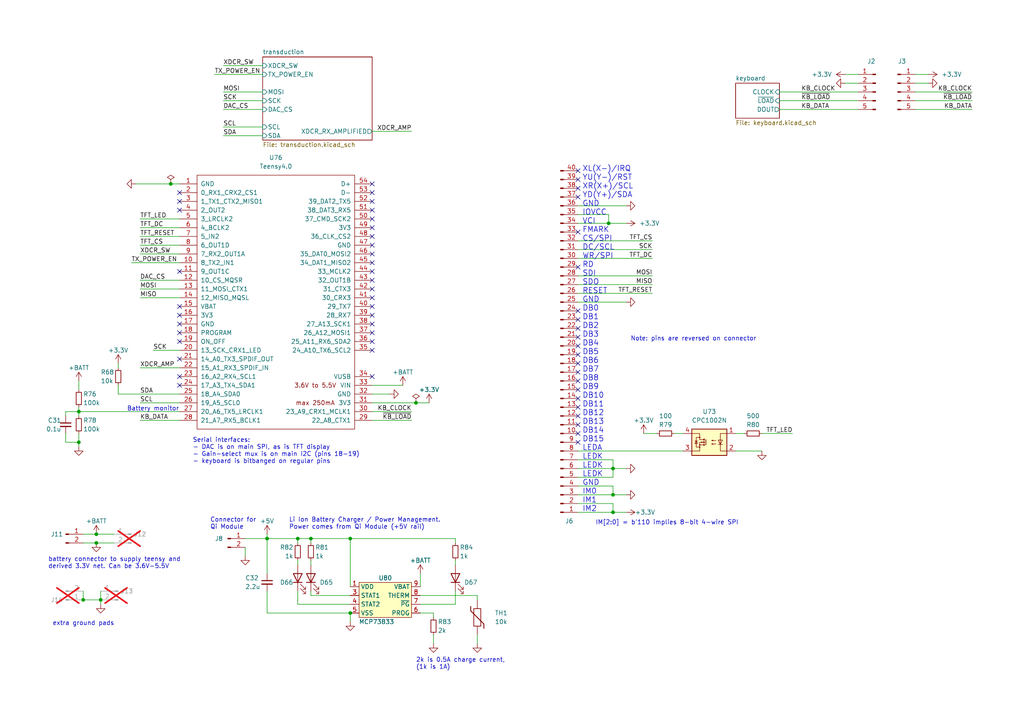
<source format=kicad_sch>
(kicad_sch (version 20230121) (generator eeschema)
  (paper "A4")
  (lib_symbols
    (symbol "C_Small_1" (pin_numbers hide) (pin_names (offset 0.254) hide)
      (property "Reference" "C" (at 0.254 1.778 0))
      (property "Value" "C_Small" (at 0.254 -2.032 0))
      (symbol "C_Small_1_0_1"
        (polyline (pts (xy -1.524 -0.508) (xy 1.524 -0.508)) (stroke (width 0.3302)))
        (polyline (pts (xy -1.524 0.508) (xy 1.524 0.508)) (stroke (width 0.3048)))
      )
      (symbol "C_Small_1_1_1"
        (pin passive line (at 0 2.54 270) (length 2.032) (name "~") (number "1"))
        (pin passive line (at 0 -2.54 90) (length 2.032) (name "~") (number "2"))
      )
    )
    (symbol "Connector:Conn_01x02_Pin" (pin_names (offset 1.016) hide)
      (property "Reference" "J" (at 0 2.54 0))
      (property "Value" "Conn_01x02_Pin" (at 0 -5.08 0))
      (symbol "Conn_01x02_Pin_1_1"
        (polyline (pts (xy 1.27 -2.54) (xy 0.8636 -2.54)) (stroke (width 0.1524)))
        (polyline (pts (xy 1.27 0) (xy 0.8636 0)) (stroke (width 0.1524)))
        (rectangle (start 0.8636 -2.413) (end 0 -2.667) (stroke (width 0.1524)) (fill (type outline)))
        (rectangle (start 0.8636 0.127) (end 0 -0.127) (stroke (width 0.1524)) (fill (type outline)))
        (pin passive line (at 5.08 0 180) (length 3.81) (name "Pin_1") (number "1"))
        (pin passive line (at 5.08 -2.54 180) (length 3.81) (name "Pin_2") (number "2"))
      )
    )
    (symbol "Connector:Conn_01x05_Pin" (pin_names (offset 1.016) hide)
      (property "Reference" "J" (at 0 7.62 0))
      (property "Value" "Conn_01x05_Pin" (at 0 -7.62 0))
      (symbol "Conn_01x05_Pin_1_1"
        (polyline (pts (xy 1.27 -5.08) (xy 0.8636 -5.08)) (stroke (width 0.1524)))
        (polyline (pts (xy 1.27 -2.54) (xy 0.8636 -2.54)) (stroke (width 0.1524)))
        (polyline (pts (xy 1.27 0) (xy 0.8636 0)) (stroke (width 0.1524)))
        (polyline (pts (xy 1.27 2.54) (xy 0.8636 2.54)) (stroke (width 0.1524)))
        (polyline (pts (xy 1.27 5.08) (xy 0.8636 5.08)) (stroke (width 0.1524)))
        (rectangle (start 0.8636 -4.953) (end 0 -5.207) (stroke (width 0.1524)) (fill (type outline)))
        (rectangle (start 0.8636 -2.413) (end 0 -2.667) (stroke (width 0.1524)) (fill (type outline)))
        (rectangle (start 0.8636 0.127) (end 0 -0.127) (stroke (width 0.1524)) (fill (type outline)))
        (rectangle (start 0.8636 2.667) (end 0 2.413) (stroke (width 0.1524)) (fill (type outline)))
        (rectangle (start 0.8636 5.207) (end 0 4.953) (stroke (width 0.1524)) (fill (type outline)))
        (pin passive line (at 5.08 5.08 180) (length 3.81) (name "Pin_1") (number "1"))
        (pin passive line (at 5.08 2.54 180) (length 3.81) (name "Pin_2") (number "2"))
        (pin passive line (at 5.08 0 180) (length 3.81) (name "Pin_3") (number "3"))
        (pin passive line (at 5.08 -2.54 180) (length 3.81) (name "Pin_4") (number "4"))
        (pin passive line (at 5.08 -5.08 180) (length 3.81) (name "Pin_5") (number "5"))
      )
    )
    (symbol "Connector:Conn_01x40_Pin" (pin_names (offset 1.016) hide)
      (property "Reference" "J" (at 0 50.8 0))
      (property "Value" "Conn_01x40_Pin" (at 0 -53.34 0))
      (symbol "Conn_01x40_Pin_1_1"
        (polyline (pts (xy 1.27 -50.8) (xy 0.8636 -50.8)) (stroke (width 0.1524)))
        (polyline (pts (xy 1.27 -48.26) (xy 0.8636 -48.26)) (stroke (width 0.1524)))
        (polyline (pts (xy 1.27 -45.72) (xy 0.8636 -45.72)) (stroke (width 0.1524)))
        (polyline (pts (xy 1.27 -43.18) (xy 0.8636 -43.18)) (stroke (width 0.1524)))
        (polyline (pts (xy 1.27 -40.64) (xy 0.8636 -40.64)) (stroke (width 0.1524)))
        (polyline (pts (xy 1.27 -38.1) (xy 0.8636 -38.1)) (stroke (width 0.1524)))
        (polyline (pts (xy 1.27 -35.56) (xy 0.8636 -35.56)) (stroke (width 0.1524)))
        (polyline (pts (xy 1.27 -33.02) (xy 0.8636 -33.02)) (stroke (width 0.1524)))
        (polyline (pts (xy 1.27 -30.48) (xy 0.8636 -30.48)) (stroke (width 0.1524)))
        (polyline (pts (xy 1.27 -27.94) (xy 0.8636 -27.94)) (stroke (width 0.1524)))
        (polyline (pts (xy 1.27 -25.4) (xy 0.8636 -25.4)) (stroke (width 0.1524)))
        (polyline (pts (xy 1.27 -22.86) (xy 0.8636 -22.86)) (stroke (width 0.1524)))
        (polyline (pts (xy 1.27 -20.32) (xy 0.8636 -20.32)) (stroke (width 0.1524)))
        (polyline (pts (xy 1.27 -17.78) (xy 0.8636 -17.78)) (stroke (width 0.1524)))
        (polyline (pts (xy 1.27 -15.24) (xy 0.8636 -15.24)) (stroke (width 0.1524)))
        (polyline (pts (xy 1.27 -12.7) (xy 0.8636 -12.7)) (stroke (width 0.1524)))
        (polyline (pts (xy 1.27 -10.16) (xy 0.8636 -10.16)) (stroke (width 0.1524)))
        (polyline (pts (xy 1.27 -7.62) (xy 0.8636 -7.62)) (stroke (width 0.1524)))
        (polyline (pts (xy 1.27 -5.08) (xy 0.8636 -5.08)) (stroke (width 0.1524)))
        (polyline (pts (xy 1.27 -2.54) (xy 0.8636 -2.54)) (stroke (width 0.1524)))
        (polyline (pts (xy 1.27 0) (xy 0.8636 0)) (stroke (width 0.1524)))
        (polyline (pts (xy 1.27 2.54) (xy 0.8636 2.54)) (stroke (width 0.1524)))
        (polyline (pts (xy 1.27 5.08) (xy 0.8636 5.08)) (stroke (width 0.1524)))
        (polyline (pts (xy 1.27 7.62) (xy 0.8636 7.62)) (stroke (width 0.1524)))
        (polyline (pts (xy 1.27 10.16) (xy 0.8636 10.16)) (stroke (width 0.1524)))
        (polyline (pts (xy 1.27 12.7) (xy 0.8636 12.7)) (stroke (width 0.1524)))
        (polyline (pts (xy 1.27 15.24) (xy 0.8636 15.24)) (stroke (width 0.1524)))
        (polyline (pts (xy 1.27 17.78) (xy 0.8636 17.78)) (stroke (width 0.1524)))
        (polyline (pts (xy 1.27 20.32) (xy 0.8636 20.32)) (stroke (width 0.1524)))
        (polyline (pts (xy 1.27 22.86) (xy 0.8636 22.86)) (stroke (width 0.1524)))
        (polyline (pts (xy 1.27 25.4) (xy 0.8636 25.4)) (stroke (width 0.1524)))
        (polyline (pts (xy 1.27 27.94) (xy 0.8636 27.94)) (stroke (width 0.1524)))
        (polyline (pts (xy 1.27 30.48) (xy 0.8636 30.48)) (stroke (width 0.1524)))
        (polyline (pts (xy 1.27 33.02) (xy 0.8636 33.02)) (stroke (width 0.1524)))
        (polyline (pts (xy 1.27 35.56) (xy 0.8636 35.56)) (stroke (width 0.1524)))
        (polyline (pts (xy 1.27 38.1) (xy 0.8636 38.1)) (stroke (width 0.1524)))
        (polyline (pts (xy 1.27 40.64) (xy 0.8636 40.64)) (stroke (width 0.1524)))
        (polyline (pts (xy 1.27 43.18) (xy 0.8636 43.18)) (stroke (width 0.1524)))
        (polyline (pts (xy 1.27 45.72) (xy 0.8636 45.72)) (stroke (width 0.1524)))
        (polyline (pts (xy 1.27 48.26) (xy 0.8636 48.26)) (stroke (width 0.1524)))
        (rectangle (start 0.8636 -50.673) (end 0 -50.927) (stroke (width 0.1524)) (fill (type outline)))
        (rectangle (start 0.8636 -48.133) (end 0 -48.387) (stroke (width 0.1524)) (fill (type outline)))
        (rectangle (start 0.8636 -45.593) (end 0 -45.847) (stroke (width 0.1524)) (fill (type outline)))
        (rectangle (start 0.8636 -43.053) (end 0 -43.307) (stroke (width 0.1524)) (fill (type outline)))
        (rectangle (start 0.8636 -40.513) (end 0 -40.767) (stroke (width 0.1524)) (fill (type outline)))
        (rectangle (start 0.8636 -37.973) (end 0 -38.227) (stroke (width 0.1524)) (fill (type outline)))
        (rectangle (start 0.8636 -35.433) (end 0 -35.687) (stroke (width 0.1524)) (fill (type outline)))
        (rectangle (start 0.8636 -32.893) (end 0 -33.147) (stroke (width 0.1524)) (fill (type outline)))
        (rectangle (start 0.8636 -30.353) (end 0 -30.607) (stroke (width 0.1524)) (fill (type outline)))
        (rectangle (start 0.8636 -27.813) (end 0 -28.067) (stroke (width 0.1524)) (fill (type outline)))
        (rectangle (start 0.8636 -25.273) (end 0 -25.527) (stroke (width 0.1524)) (fill (type outline)))
        (rectangle (start 0.8636 -22.733) (end 0 -22.987) (stroke (width 0.1524)) (fill (type outline)))
        (rectangle (start 0.8636 -20.193) (end 0 -20.447) (stroke (width 0.1524)) (fill (type outline)))
        (rectangle (start 0.8636 -17.653) (end 0 -17.907) (stroke (width 0.1524)) (fill (type outline)))
        (rectangle (start 0.8636 -15.113) (end 0 -15.367) (stroke (width 0.1524)) (fill (type outline)))
        (rectangle (start 0.8636 -12.573) (end 0 -12.827) (stroke (width 0.1524)) (fill (type outline)))
        (rectangle (start 0.8636 -10.033) (end 0 -10.287) (stroke (width 0.1524)) (fill (type outline)))
        (rectangle (start 0.8636 -7.493) (end 0 -7.747) (stroke (width 0.1524)) (fill (type outline)))
        (rectangle (start 0.8636 -4.953) (end 0 -5.207) (stroke (width 0.1524)) (fill (type outline)))
        (rectangle (start 0.8636 -2.413) (end 0 -2.667) (stroke (width 0.1524)) (fill (type outline)))
        (rectangle (start 0.8636 0.127) (end 0 -0.127) (stroke (width 0.1524)) (fill (type outline)))
        (rectangle (start 0.8636 2.667) (end 0 2.413) (stroke (width 0.1524)) (fill (type outline)))
        (rectangle (start 0.8636 5.207) (end 0 4.953) (stroke (width 0.1524)) (fill (type outline)))
        (rectangle (start 0.8636 7.747) (end 0 7.493) (stroke (width 0.1524)) (fill (type outline)))
        (rectangle (start 0.8636 10.287) (end 0 10.033) (stroke (width 0.1524)) (fill (type outline)))
        (rectangle (start 0.8636 12.827) (end 0 12.573) (stroke (width 0.1524)) (fill (type outline)))
        (rectangle (start 0.8636 15.367) (end 0 15.113) (stroke (width 0.1524)) (fill (type outline)))
        (rectangle (start 0.8636 17.907) (end 0 17.653) (stroke (width 0.1524)) (fill (type outline)))
        (rectangle (start 0.8636 20.447) (end 0 20.193) (stroke (width 0.1524)) (fill (type outline)))
        (rectangle (start 0.8636 22.987) (end 0 22.733) (stroke (width 0.1524)) (fill (type outline)))
        (rectangle (start 0.8636 25.527) (end 0 25.273) (stroke (width 0.1524)) (fill (type outline)))
        (rectangle (start 0.8636 28.067) (end 0 27.813) (stroke (width 0.1524)) (fill (type outline)))
        (rectangle (start 0.8636 30.607) (end 0 30.353) (stroke (width 0.1524)) (fill (type outline)))
        (rectangle (start 0.8636 33.147) (end 0 32.893) (stroke (width 0.1524)) (fill (type outline)))
        (rectangle (start 0.8636 35.687) (end 0 35.433) (stroke (width 0.1524)) (fill (type outline)))
        (rectangle (start 0.8636 38.227) (end 0 37.973) (stroke (width 0.1524)) (fill (type outline)))
        (rectangle (start 0.8636 40.767) (end 0 40.513) (stroke (width 0.1524)) (fill (type outline)))
        (rectangle (start 0.8636 43.307) (end 0 43.053) (stroke (width 0.1524)) (fill (type outline)))
        (rectangle (start 0.8636 45.847) (end 0 45.593) (stroke (width 0.1524)) (fill (type outline)))
        (rectangle (start 0.8636 48.387) (end 0 48.133) (stroke (width 0.1524)) (fill (type outline)))
        (pin passive line (at 5.08 48.26 180) (length 3.81) (name "Pin_1") (number "1"))
        (pin passive line (at 5.08 25.4 180) (length 3.81) (name "Pin_10") (number "10"))
        (pin passive line (at 5.08 22.86 180) (length 3.81) (name "Pin_11") (number "11"))
        (pin passive line (at 5.08 20.32 180) (length 3.81) (name "Pin_12") (number "12"))
        (pin passive line (at 5.08 17.78 180) (length 3.81) (name "Pin_13") (number "13"))
        (pin passive line (at 5.08 15.24 180) (length 3.81) (name "Pin_14") (number "14"))
        (pin passive line (at 5.08 12.7 180) (length 3.81) (name "Pin_15") (number "15"))
        (pin passive line (at 5.08 10.16 180) (length 3.81) (name "Pin_16") (number "16"))
        (pin passive line (at 5.08 7.62 180) (length 3.81) (name "Pin_17") (number "17"))
        (pin passive line (at 5.08 5.08 180) (length 3.81) (name "Pin_18") (number "18"))
        (pin passive line (at 5.08 2.54 180) (length 3.81) (name "Pin_19") (number "19"))
        (pin passive line (at 5.08 45.72 180) (length 3.81) (name "Pin_2") (number "2"))
        (pin passive line (at 5.08 0 180) (length 3.81) (name "Pin_20") (number "20"))
        (pin passive line (at 5.08 -2.54 180) (length 3.81) (name "Pin_21") (number "21"))
        (pin passive line (at 5.08 -5.08 180) (length 3.81) (name "Pin_22") (number "22"))
        (pin passive line (at 5.08 -7.62 180) (length 3.81) (name "Pin_23") (number "23"))
        (pin passive line (at 5.08 -10.16 180) (length 3.81) (name "Pin_24") (number "24"))
        (pin passive line (at 5.08 -12.7 180) (length 3.81) (name "Pin_25") (number "25"))
        (pin passive line (at 5.08 -15.24 180) (length 3.81) (name "Pin_26") (number "26"))
        (pin passive line (at 5.08 -17.78 180) (length 3.81) (name "Pin_27") (number "27"))
        (pin passive line (at 5.08 -20.32 180) (length 3.81) (name "Pin_28") (number "28"))
        (pin passive line (at 5.08 -22.86 180) (length 3.81) (name "Pin_29") (number "29"))
        (pin passive line (at 5.08 43.18 180) (length 3.81) (name "Pin_3") (number "3"))
        (pin passive line (at 5.08 -25.4 180) (length 3.81) (name "Pin_30") (number "30"))
        (pin passive line (at 5.08 -27.94 180) (length 3.81) (name "Pin_31") (number "31"))
        (pin passive line (at 5.08 -30.48 180) (length 3.81) (name "Pin_32") (number "32"))
        (pin passive line (at 5.08 -33.02 180) (length 3.81) (name "Pin_33") (number "33"))
        (pin passive line (at 5.08 -35.56 180) (length 3.81) (name "Pin_34") (number "34"))
        (pin passive line (at 5.08 -38.1 180) (length 3.81) (name "Pin_35") (number "35"))
        (pin passive line (at 5.08 -40.64 180) (length 3.81) (name "Pin_36") (number "36"))
        (pin passive line (at 5.08 -43.18 180) (length 3.81) (name "Pin_37") (number "37"))
        (pin passive line (at 5.08 -45.72 180) (length 3.81) (name "Pin_38") (number "38"))
        (pin passive line (at 5.08 -48.26 180) (length 3.81) (name "Pin_39") (number "39"))
        (pin passive line (at 5.08 40.64 180) (length 3.81) (name "Pin_4") (number "4"))
        (pin passive line (at 5.08 -50.8 180) (length 3.81) (name "Pin_40") (number "40"))
        (pin passive line (at 5.08 38.1 180) (length 3.81) (name "Pin_5") (number "5"))
        (pin passive line (at 5.08 35.56 180) (length 3.81) (name "Pin_6") (number "6"))
        (pin passive line (at 5.08 33.02 180) (length 3.81) (name "Pin_7") (number "7"))
        (pin passive line (at 5.08 30.48 180) (length 3.81) (name "Pin_8") (number "8"))
        (pin passive line (at 5.08 27.94 180) (length 3.81) (name "Pin_9") (number "9"))
      )
    )
    (symbol "Device:C_Small" (pin_numbers hide) (pin_names (offset 0.254) hide)
      (property "Reference" "C" (at 0.254 1.778 0))
      (property "Value" "C_Small" (at 0.254 -2.032 0))
      (symbol "C_Small_0_1"
        (polyline (pts (xy -1.524 -0.508) (xy 1.524 -0.508)) (stroke (width 0.3302)))
        (polyline (pts (xy -1.524 0.508) (xy 1.524 0.508)) (stroke (width 0.3048)))
      )
      (symbol "C_Small_1_1"
        (pin passive line (at 0 2.54 270) (length 2.032) (name "~") (number "1"))
        (pin passive line (at 0 -2.54 90) (length 2.032) (name "~") (number "2"))
      )
    )
    (symbol "Device:LED" (pin_numbers hide) (pin_names (offset 1.016) hide)
      (property "Reference" "D" (at 0 2.54 0))
      (property "Value" "LED" (at 0 -2.54 0))
      (symbol "LED_0_1"
        (polyline (pts (xy -1.27 -1.27) (xy -1.27 1.27)) (stroke (width 0.254)))
        (polyline (pts (xy -1.27 0) (xy 1.27 0)))
        (polyline (pts (xy 1.27 -1.27) (xy 1.27 1.27) (xy -1.27 0) (xy 1.27 -1.27)) (stroke (width 0.254)))
        (polyline (pts (xy -3.048 -0.762) (xy -4.572 -2.286) (xy -3.81 -2.286) (xy -4.572 -2.286) (xy -4.572 -1.524)))
        (polyline (pts (xy -1.778 -0.762) (xy -3.302 -2.286) (xy -2.54 -2.286) (xy -3.302 -2.286) (xy -3.302 -1.524)))
      )
      (symbol "LED_1_1"
        (pin passive line (at -3.81 0 0) (length 2.54) (name "K") (number "1"))
        (pin passive line (at 3.81 0 180) (length 2.54) (name "A") (number "2"))
      )
    )
    (symbol "Device:R_Small" (pin_numbers hide) (pin_names (offset 0.254) hide)
      (property "Reference" "R" (at 0.762 0.508 0))
      (property "Value" "R_Small" (at 0.762 -1.016 0))
      (symbol "R_Small_0_1"
        (rectangle (start -0.762 1.778) (end 0.762 -1.778) (stroke (width 0.2032)))
      )
      (symbol "R_Small_1_1"
        (pin passive line (at 0 2.54 270) (length 0.762) (name "~") (number "1"))
        (pin passive line (at 0 -2.54 90) (length 0.762) (name "~") (number "2"))
      )
    )
    (symbol "Device:Thermistor" (pin_numbers hide) (pin_names (offset 0))
      (property "Reference" "TH" (at 2.54 1.27 90))
      (property "Value" "Thermistor" (at -2.54 0 90))
      (symbol "Thermistor_0_1"
        (rectangle (start -1.016 2.54) (end 1.016 -2.54) (stroke (width 0.2032)))
        (polyline (pts (xy -1.905 3.175) (xy -1.905 1.905) (xy 1.905 -1.905) (xy 1.905 -3.175) (xy 1.905 -3.175)) (stroke (width 0.254)))
      )
      (symbol "Thermistor_1_1"
        (pin passive line (at 0 5.08 270) (length 2.54) (name "~") (number "1"))
        (pin passive line (at 0 -5.08 90) (length 2.54) (name "~") (number "2"))
      )
    )
    (symbol "Relay_SolidState:CPC1002N"
      (property "Reference" "U" (at -5.08 5.08 0))
      (property "Value" "CPC1002N" (at 0 5.08 0))
      (symbol "CPC1002N_0_1"
        (rectangle (start -5.08 3.81) (end 5.08 -3.81) (stroke (width 0.254)) (fill (type background)))
        (polyline (pts (xy -3.81 -0.635) (xy -2.54 -0.635)))
        (polyline (pts (xy 1.016 0.762) (xy 1.016 -0.762)) (stroke (width 0.2032)))
        (polyline (pts (xy 1.524 -0.762) (xy 2.794 -0.762)))
        (polyline (pts (xy 3.429 0.381) (xy 4.191 0.381)))
        (polyline (pts (xy 1.524 -0.635) (xy 1.524 -0.889) (xy 1.524 -0.889)) (stroke (width 0.3556)))
        (polyline (pts (xy 1.524 0.127) (xy 1.524 -0.127) (xy 1.524 -0.127)) (stroke (width 0.3556)))
        (polyline (pts (xy 1.524 0.889) (xy 1.524 0.635) (xy 1.524 0.635)) (stroke (width 0.3556)))
        (polyline (pts (xy -5.08 2.54) (xy -3.175 2.54) (xy -3.175 -2.54) (xy -5.08 -2.54)))
        (polyline (pts (xy -3.175 -0.635) (xy -3.81 0.635) (xy -2.54 0.635) (xy -3.175 -0.635)))
        (polyline (pts (xy 1.524 0) (xy 2.794 0) (xy 2.794 -2.54) (xy 5.08 -2.54)))
        (polyline (pts (xy 1.524 0.762) (xy 2.794 0.762) (xy 2.794 2.54) (xy 5.08 2.54)))
        (polyline (pts (xy 1.778 0) (xy 2.286 0.127) (xy 2.286 -0.127) (xy 1.778 0)))
        (polyline (pts (xy 2.794 -1.397) (xy 3.81 -1.397) (xy 3.81 1.397) (xy 2.794 1.397)))
        (polyline (pts (xy 3.81 0.381) (xy 3.429 -0.381) (xy 4.191 -0.381) (xy 3.81 0.381)))
        (polyline (pts (xy -1.905 -0.508) (xy -0.635 -0.508) (xy -1.016 -0.635) (xy -1.016 -0.381) (xy -0.635 -0.508)))
        (polyline (pts (xy -1.905 0.508) (xy -0.635 0.508) (xy -1.016 0.381) (xy -1.016 0.635) (xy -0.635 0.508)))
        (circle (center 2.794 -1.397) (radius 0.127))
        (circle (center 2.794 -0.762) (radius 0.127))
        (circle (center 2.794 1.397) (radius 0.127))
      )
      (symbol "CPC1002N_1_1"
        (pin passive line (at -7.62 2.54 0) (length 2.54) (name "~") (number "1"))
        (pin passive line (at -7.62 -2.54 0) (length 2.54) (name "~") (number "2"))
        (pin passive line (at 7.62 -2.54 180) (length 2.54) (name "~") (number "3"))
        (pin passive line (at 7.62 2.54 180) (length 2.54) (name "~") (number "4"))
      )
    )
    (symbol "power:+3.3V" (power) (pin_names (offset 0))
      (property "Value" "+3.3V" (at 0 3.556 0))
      (symbol "+3.3V_0_1"
        (polyline (pts (xy -0.762 1.27) (xy 0 2.54)))
        (polyline (pts (xy 0 0) (xy 0 2.54)))
        (polyline (pts (xy 0 2.54) (xy 0.762 1.27)))
      )
      (symbol "+3.3V_1_1"
        (pin power_in line (at 0 0 90) (length 0) hide (name "+3.3V") (number "1"))
      )
    )
    (symbol "power:+5V" (power) (pin_names (offset 0))
      (property "Value" "+5V" (at 0 3.556 0))
      (symbol "+5V_0_1"
        (polyline (pts (xy -0.762 1.27) (xy 0 2.54)))
        (polyline (pts (xy 0 0) (xy 0 2.54)))
        (polyline (pts (xy 0 2.54) (xy 0.762 1.27)))
      )
      (symbol "+5V_1_1"
        (pin power_in line (at 0 0 90) (length 0) hide (name "+5V") (number "1"))
      )
    )
    (symbol "power:+BATT" (power) (pin_names (offset 0))
      (property "Value" "+BATT" (at 0 3.556 0))
      (symbol "+BATT_0_1"
        (polyline (pts (xy -0.762 1.27) (xy 0 2.54)))
        (polyline (pts (xy 0 0) (xy 0 2.54)))
        (polyline (pts (xy 0 2.54) (xy 0.762 1.27)))
      )
      (symbol "+BATT_1_1"
        (pin power_in line (at 0 0 90) (length 0) hide (name "+BATT") (number "1"))
      )
    )
    (symbol "power:GND" (power) (pin_names (offset 0))
      (property "Value" "GND" (at 0 -3.81 0))
      (symbol "GND_0_1"
        (polyline (pts (xy 0 0) (xy 0 -1.27) (xy 1.27 -1.27) (xy 0 -2.54) (xy -1.27 -1.27) (xy 0 -1.27)))
      )
      (symbol "GND_1_1"
        (pin power_in line (at 0 0 270) (length 0) hide (name "GND") (number "1"))
      )
    )
    (symbol "power:PWR_FLAG" (power) (pin_numbers hide) (pin_names (offset 0) hide)
      (property "Value" "PWR_FLAG" (at 0 3.81 0))
      (symbol "PWR_FLAG_0_0"
        (pin power_out line (at 0 0 90) (length 0) (name "pwr") (number "1"))
      )
      (symbol "PWR_FLAG_0_1"
        (polyline (pts (xy 0 0) (xy 0 1.27) (xy -1.016 1.905) (xy 0 2.54) (xy 1.016 1.905) (xy 0 1.27)))
      )
    )
    (symbol "teensy:Teensy4.0" (pin_names (offset 1.016))
      (property "Reference" "U" (at 0 39.37 0))
      (property "Value" "Teensy4.0" (at 0 -39.37 0))
      (symbol "Teensy4.0_0_0"
        (text "3.6V to 5.5V" (at 11.43 -24.13 0) (effects (font (size 1.27 1.27))))
        (text "max 250mA" (at 11.43 -29.21 0) (effects (font (size 1.27 1.27))))
        (pin bidirectional line (at -27.94 11.43 0) (length 5.08) (name "8_TX2_IN1") (number "10"))
        (pin bidirectional line (at -27.94 8.89 0) (length 5.08) (name "9_OUT1C") (number "11"))
        (pin bidirectional line (at -27.94 6.35 0) (length 5.08) (name "10_CS_MQSR") (number "12"))
        (pin bidirectional line (at -27.94 3.81 0) (length 5.08) (name "11_MOSI_CTX1") (number "13"))
        (pin bidirectional line (at -27.94 1.27 0) (length 5.08) (name "12_MISO_MQSL") (number "14"))
        (pin power_in line (at -27.94 -1.27 0) (length 5.08) (name "VBAT") (number "15"))
        (pin power_in line (at -27.94 -3.81 0) (length 5.08) (name "3V3") (number "16"))
        (pin power_in line (at -27.94 -6.35 0) (length 5.08) (name "GND") (number "17"))
        (pin input line (at -27.94 -8.89 0) (length 5.08) (name "PROGRAM") (number "18"))
        (pin input line (at -27.94 -11.43 0) (length 5.08) (name "ON_OFF") (number "19"))
        (pin bidirectional line (at -27.94 -13.97 0) (length 5.08) (name "13_SCK_CRX1_LED") (number "20"))
        (pin bidirectional line (at -27.94 -16.51 0) (length 5.08) (name "14_A0_TX3_SPDIF_OUT") (number "21"))
        (pin bidirectional line (at -27.94 -19.05 0) (length 5.08) (name "15_A1_RX3_SPDIF_IN") (number "22"))
        (pin bidirectional line (at -27.94 -21.59 0) (length 5.08) (name "16_A2_RX4_SCL1") (number "23"))
        (pin bidirectional line (at -27.94 -24.13 0) (length 5.08) (name "17_A3_TX4_SDA1") (number "24"))
        (pin bidirectional line (at -27.94 -26.67 0) (length 5.08) (name "18_A4_SDA0") (number "25"))
        (pin bidirectional line (at -27.94 -29.21 0) (length 5.08) (name "19_A5_SCL0") (number "26"))
        (pin bidirectional line (at -27.94 -31.75 0) (length 5.08) (name "20_A6_TX5_LRCLK1") (number "27"))
        (pin bidirectional line (at -27.94 -34.29 0) (length 5.08) (name "21_A7_RX5_BCLK1") (number "28"))
        (pin bidirectional line (at 27.94 -34.29 180) (length 5.08) (name "22_A8_CTX1") (number "29"))
        (pin bidirectional line (at 27.94 -31.75 180) (length 5.08) (name "23_A9_CRX1_MCLK1") (number "30"))
        (pin power_out line (at 27.94 -29.21 180) (length 5.08) (name "3V3") (number "31"))
        (pin power_in line (at 27.94 -26.67 180) (length 5.08) (name "GND") (number "32"))
        (pin power_in line (at 27.94 -24.13 180) (length 5.08) (name "VIN") (number "33"))
        (pin power_out line (at 27.94 -21.59 180) (length 5.08) (name "VUSB") (number "34"))
        (pin bidirectional line (at 27.94 -13.97 180) (length 5.08) (name "24_A10_TX6_SCL2") (number "35"))
        (pin bidirectional line (at 27.94 -11.43 180) (length 5.08) (name "25_A11_RX6_SDA2") (number "36"))
        (pin bidirectional line (at 27.94 -8.89 180) (length 5.08) (name "26_A12_MOSI1") (number "37"))
        (pin bidirectional line (at 27.94 -6.35 180) (length 5.08) (name "27_A13_SCK1") (number "38"))
        (pin bidirectional line (at 27.94 -3.81 180) (length 5.08) (name "28_RX7") (number "39"))
        (pin bidirectional line (at 27.94 -1.27 180) (length 5.08) (name "29_TX7") (number "40"))
        (pin bidirectional line (at 27.94 1.27 180) (length 5.08) (name "30_CRX3") (number "41"))
        (pin bidirectional line (at 27.94 3.81 180) (length 5.08) (name "31_CTX3") (number "42"))
        (pin bidirectional line (at 27.94 6.35 180) (length 5.08) (name "32_OUT1B") (number "43"))
        (pin bidirectional line (at 27.94 8.89 180) (length 5.08) (name "33_MCLK2") (number "44"))
        (pin bidirectional line (at 27.94 11.43 180) (length 5.08) (name "34_DAT1_MISO2") (number "45"))
        (pin bidirectional line (at 27.94 13.97 180) (length 5.08) (name "35_DAT0_MOSI2") (number "46"))
        (pin power_out line (at 27.94 16.51 180) (length 5.08) (name "GND") (number "47"))
        (pin bidirectional line (at 27.94 19.05 180) (length 5.08) (name "36_CLK_CS2") (number "48"))
        (pin power_out line (at 27.94 21.59 180) (length 5.08) (name "3V3") (number "49"))
        (pin bidirectional line (at -27.94 24.13 0) (length 5.08) (name "3_LRCLK2") (number "5"))
        (pin bidirectional line (at 27.94 24.13 180) (length 5.08) (name "37_CMD_SCK2") (number "50"))
        (pin bidirectional line (at 27.94 26.67 180) (length 5.08) (name "38_DAT3_RX5") (number "51"))
        (pin bidirectional line (at 27.94 29.21 180) (length 5.08) (name "39_DAT2_TX5") (number "52"))
        (pin bidirectional line (at 27.94 31.75 180) (length 5.08) (name "D-") (number "53"))
        (pin bidirectional line (at 27.94 34.29 180) (length 5.08) (name "D+") (number "54"))
        (pin bidirectional line (at -27.94 21.59 0) (length 5.08) (name "4_BCLK2") (number "6"))
        (pin bidirectional line (at -27.94 19.05 0) (length 5.08) (name "5_IN2") (number "7"))
        (pin bidirectional line (at -27.94 16.51 0) (length 5.08) (name "6_OUT1D") (number "8"))
        (pin bidirectional line (at -27.94 13.97 0) (length 5.08) (name "7_RX2_OUT1A") (number "9"))
      )
      (symbol "Teensy4.0_0_1"
        (rectangle (start -22.86 36.83) (end 22.86 -36.83))
        (rectangle (start -20.32 -31.75) (end -20.32 -31.75))
      )
      (symbol "Teensy4.0_1_1"
        (pin power_in line (at -27.94 34.29 0) (length 5.08) (name "GND") (number "1"))
        (pin bidirectional line (at -27.94 31.75 0) (length 5.08) (name "0_RX1_CRX2_CS1") (number "2"))
        (pin bidirectional line (at -27.94 29.21 0) (length 5.08) (name "1_TX1_CTX2_MISO1") (number "3"))
        (pin bidirectional line (at -27.94 26.67 0) (length 5.08) (name "2_OUT2") (number "4"))
      )
    )
    (symbol "unkey:MCP73833"
      (property "Reference" "U" (at -6.35 -6.35 0))
      (property "Value" "MCP73833" (at -3.81 -2.54 0))
      (symbol "MCP73833_1_1"
        (rectangle (start -7.62 5.08) (end 7.62 -5.08) (fill (type background)))
        (pin power_in line (at -10.16 3.81 0) (length 2.54) (name "VDD") (number "1"))
        (pin passive line (at 10.16 3.81 180) (length 2.54) hide (name "VBAT") (number "10"))
        (pin power_in line (at -10.16 -3.81 0) (length 2.54) hide (name "EP") (number "11"))
        (pin power_in line (at -10.16 3.81 0) (length 2.54) hide (name "VDD") (number "2"))
        (pin output line (at -10.16 1.27 0) (length 2.54) (name "STAT1") (number "3"))
        (pin output line (at -10.16 -1.27 0) (length 2.54) (name "STAT2") (number "4"))
        (pin power_in line (at -10.16 -3.81 0) (length 2.54) (name "VSS") (number "5"))
        (pin input line (at 10.16 -3.81 180) (length 2.54) (name "PROG") (number "6"))
        (pin output line (at 10.16 -1.27 180) (length 2.54) (name "~{PG}") (number "7"))
        (pin passive line (at 10.16 1.27 180) (length 2.54) (name "THERM") (number "8"))
        (pin passive line (at 10.16 3.81 180) (length 2.54) (name "VBAT") (number "9"))
      )
    )
  )
  (junction (at 24.13 173.99))
  (junction (at 29.21 173.99))
  (junction (at 177.8 135.89))
  (junction (at 177.8 148.59))
  (junction (at 101.6 177.8))
  (junction (at 27.94 157.48))
  (junction (at 49.53 53.34))
  (junction (at 77.47 156.21))
  (junction (at 22.86 128.27))
  (junction (at 177.8 143.51))
  (junction (at 22.86 119.38))
  (junction (at 120.65 116.84))
  (junction (at 101.6 156.21))
  (junction (at 176.53 64.77))
  (junction (at 90.17 156.21))
  (junction (at 27.94 154.94))
  (junction (at 86.36 156.21))
  (no_connect (at 167.64 77.47))
  (no_connect (at 107.95 55.88))
  (no_connect (at 167.64 115.57))
  (no_connect (at 107.95 96.52))
  (no_connect (at 107.95 53.34))
  (no_connect (at 107.95 88.9))
  (no_connect (at 107.95 63.5))
  (no_connect (at 107.95 76.2))
  (no_connect (at 52.07 88.9))
  (no_connect (at 107.95 60.96))
  (no_connect (at 167.64 92.71))
  (no_connect (at 167.64 123.19))
  (no_connect (at 167.64 107.95))
  (no_connect (at 167.64 67.31))
  (no_connect (at 167.64 90.17))
  (no_connect (at 107.95 93.98))
  (no_connect (at 52.07 99.06))
  (no_connect (at 107.95 86.36))
  (no_connect (at 52.07 78.74))
  (no_connect (at 167.64 52.07))
  (no_connect (at 107.95 101.6))
  (no_connect (at 52.07 104.14))
  (no_connect (at 52.07 60.96))
  (no_connect (at 107.95 109.22))
  (no_connect (at 107.95 78.74))
  (no_connect (at 107.95 58.42))
  (no_connect (at 52.07 111.76))
  (no_connect (at 107.95 91.44))
  (no_connect (at 52.07 58.42))
  (no_connect (at 52.07 91.44))
  (no_connect (at 167.64 118.11))
  (no_connect (at 167.64 100.33))
  (no_connect (at 167.64 97.79))
  (no_connect (at 107.95 71.12))
  (no_connect (at 167.64 102.87))
  (no_connect (at 52.07 55.88))
  (no_connect (at 107.95 83.82))
  (no_connect (at 167.64 57.15))
  (no_connect (at 167.64 113.03))
  (no_connect (at 107.95 66.04))
  (no_connect (at 107.95 81.28))
  (no_connect (at 167.64 120.65))
  (no_connect (at 167.64 125.73))
  (no_connect (at 107.95 99.06))
  (no_connect (at 167.64 54.61))
  (no_connect (at 107.95 68.58))
  (no_connect (at 52.07 96.52))
  (no_connect (at 167.64 110.49))
  (no_connect (at 167.64 128.27))
  (no_connect (at 167.64 105.41))
  (no_connect (at 107.95 73.66))
  (no_connect (at 52.07 93.98))
  (no_connect (at 167.64 95.25))
  (no_connect (at 167.64 49.53))
  (no_connect (at 52.07 109.22))
  (wire (pts (xy 101.6 177.8) (xy 101.6 180.34)))
  (wire (pts (xy 177.8 135.89) (xy 177.8 138.43)))
  (wire (pts (xy 77.47 154.94) (xy 77.47 156.21)))
  (wire (pts (xy 77.47 156.21) (xy 86.36 156.21)))
  (wire (pts (xy 176.53 64.77) (xy 181.61 64.77)))
  (wire (pts (xy 226.06 26.67) (xy 248.92 26.67)))
  (wire (pts (xy 64.77 39.37) (xy 76.2 39.37)))
  (wire (pts (xy 19.05 119.38) (xy 22.86 119.38)))
  (wire (pts (xy 107.95 116.84) (xy 120.65 116.84)))
  (wire (pts (xy 177.8 140.97) (xy 167.64 140.97)))
  (wire (pts (xy 121.92 172.72) (xy 138.43 172.72)))
  (wire (pts (xy 24.13 173.99) (xy 29.21 173.99)))
  (wire (pts (xy 64.77 26.67) (xy 76.2 26.67)))
  (wire (pts (xy 71.12 158.75) (xy 71.12 161.29)))
  (wire (pts (xy 177.8 143.51) (xy 181.61 143.51)))
  (wire (pts (xy 138.43 172.72) (xy 138.43 173.99)))
  (wire (pts (xy 101.6 172.72) (xy 90.17 172.72)))
  (wire (pts (xy 34.29 105.41) (xy 34.29 106.68)))
  (wire (pts (xy 90.17 172.72) (xy 90.17 171.45)))
  (wire (pts (xy 186.69 125.73) (xy 190.5 125.73)))
  (wire (pts (xy 177.8 135.89) (xy 167.64 135.89)))
  (wire (pts (xy 22.86 128.27) (xy 22.86 129.54)))
  (wire (pts (xy 167.64 69.85) (xy 189.23 69.85)))
  (wire (pts (xy 132.08 175.26) (xy 121.92 175.26)))
  (wire (pts (xy 52.07 106.68) (xy 40.64 106.68)))
  (wire (pts (xy 226.06 29.21) (xy 248.92 29.21)))
  (wire (pts (xy 40.64 83.82) (xy 52.07 83.82)))
  (wire (pts (xy 27.94 154.94) (xy 33.02 154.94)))
  (wire (pts (xy 40.64 116.84) (xy 52.07 116.84)))
  (wire (pts (xy 281.94 26.67) (xy 265.43 26.67)))
  (wire (pts (xy 120.65 116.84) (xy 124.46 116.84)))
  (wire (pts (xy 22.86 119.38) (xy 52.07 119.38)))
  (wire (pts (xy 22.86 110.49) (xy 22.86 113.03)))
  (wire (pts (xy 34.29 111.76) (xy 34.29 114.3)))
  (wire (pts (xy 138.43 184.15) (xy 138.43 186.69)))
  (wire (pts (xy 40.64 73.66) (xy 52.07 73.66)))
  (wire (pts (xy 101.6 156.21) (xy 101.6 170.18)))
  (wire (pts (xy 19.05 128.27) (xy 22.86 128.27)))
  (wire (pts (xy 177.8 148.59) (xy 167.64 148.59)))
  (wire (pts (xy 22.86 128.27) (xy 22.86 125.73)))
  (wire (pts (xy 77.47 171.45) (xy 77.47 177.8)))
  (wire (pts (xy 29.21 171.45) (xy 29.21 173.99)))
  (wire (pts (xy 24.13 157.48) (xy 27.94 157.48)))
  (wire (pts (xy 265.43 24.13) (xy 269.24 24.13)))
  (wire (pts (xy 213.36 125.73) (xy 215.9 125.73)))
  (wire (pts (xy 40.64 63.5) (xy 52.07 63.5)))
  (wire (pts (xy 22.86 119.38) (xy 22.86 118.11)))
  (wire (pts (xy 34.29 114.3) (xy 52.07 114.3)))
  (wire (pts (xy 40.64 66.04) (xy 52.07 66.04)))
  (wire (pts (xy 64.77 19.05) (xy 76.2 19.05)))
  (wire (pts (xy 40.64 81.28) (xy 52.07 81.28)))
  (wire (pts (xy 132.08 171.45) (xy 132.08 175.26)))
  (wire (pts (xy 101.6 156.21) (xy 132.08 156.21)))
  (wire (pts (xy 86.36 156.21) (xy 90.17 156.21)))
  (wire (pts (xy 176.53 62.23) (xy 176.53 64.77)))
  (wire (pts (xy 177.8 140.97) (xy 177.8 143.51)))
  (wire (pts (xy 167.64 82.55) (xy 189.23 82.55)))
  (wire (pts (xy 177.8 148.59) (xy 181.61 148.59)))
  (wire (pts (xy 167.64 130.81) (xy 198.12 130.81)))
  (wire (pts (xy 226.06 31.75) (xy 248.92 31.75)))
  (wire (pts (xy 167.64 62.23) (xy 176.53 62.23)))
  (wire (pts (xy 220.98 125.73) (xy 229.87 125.73)))
  (wire (pts (xy 195.58 125.73) (xy 198.12 125.73)))
  (wire (pts (xy 27.94 157.48) (xy 33.02 157.48)))
  (wire (pts (xy 64.77 36.83) (xy 76.2 36.83)))
  (wire (pts (xy 167.64 59.69) (xy 181.61 59.69)))
  (wire (pts (xy 177.8 146.05) (xy 167.64 146.05)))
  (wire (pts (xy 132.08 162.56) (xy 132.08 163.83)))
  (wire (pts (xy 248.92 24.13) (xy 245.11 24.13)))
  (wire (pts (xy 86.36 157.48) (xy 86.36 156.21)))
  (wire (pts (xy 177.8 138.43) (xy 167.64 138.43)))
  (wire (pts (xy 71.12 156.21) (xy 77.47 156.21)))
  (wire (pts (xy 213.36 130.81) (xy 220.98 130.81)))
  (wire (pts (xy 167.64 64.77) (xy 176.53 64.77)))
  (wire (pts (xy 132.08 156.21) (xy 132.08 157.48)))
  (wire (pts (xy 125.73 184.15) (xy 125.73 186.69)))
  (wire (pts (xy 281.94 29.21) (xy 265.43 29.21)))
  (wire (pts (xy 86.36 175.26) (xy 101.6 175.26)))
  (wire (pts (xy 40.64 86.36) (xy 52.07 86.36)))
  (wire (pts (xy 77.47 166.37) (xy 77.47 156.21)))
  (wire (pts (xy 24.13 154.94) (xy 27.94 154.94)))
  (wire (pts (xy 90.17 156.21) (xy 90.17 157.48)))
  (wire (pts (xy 86.36 171.45) (xy 86.36 175.26)))
  (wire (pts (xy 90.17 156.21) (xy 101.6 156.21)))
  (wire (pts (xy 19.05 125.73) (xy 19.05 128.27)))
  (wire (pts (xy 167.64 85.09) (xy 189.23 85.09)))
  (wire (pts (xy 125.73 177.8) (xy 125.73 179.07)))
  (wire (pts (xy 167.64 72.39) (xy 189.23 72.39)))
  (wire (pts (xy 245.11 21.59) (xy 248.92 21.59)))
  (wire (pts (xy 39.37 53.34) (xy 49.53 53.34)))
  (wire (pts (xy 177.8 146.05) (xy 177.8 148.59)))
  (wire (pts (xy 29.21 173.99) (xy 29.21 175.26)))
  (wire (pts (xy 24.13 171.45) (xy 24.13 173.99)))
  (wire (pts (xy 64.77 29.21) (xy 76.2 29.21)))
  (wire (pts (xy 107.95 38.1) (xy 119.38 38.1)))
  (wire (pts (xy 281.94 31.75) (xy 265.43 31.75)))
  (wire (pts (xy 167.64 80.01) (xy 189.23 80.01)))
  (wire (pts (xy 77.47 177.8) (xy 101.6 177.8)))
  (wire (pts (xy 22.86 119.38) (xy 22.86 120.65)))
  (wire (pts (xy 44.45 101.6) (xy 52.07 101.6)))
  (wire (pts (xy 177.8 135.89) (xy 181.61 135.89)))
  (wire (pts (xy 167.64 74.93) (xy 189.23 74.93)))
  (wire (pts (xy 62.23 21.59) (xy 76.2 21.59)))
  (wire (pts (xy 107.95 111.76) (xy 116.84 111.76)))
  (wire (pts (xy 167.64 87.63) (xy 181.61 87.63)))
  (wire (pts (xy 40.64 121.92) (xy 52.07 121.92)))
  (wire (pts (xy 177.8 143.51) (xy 167.64 143.51)))
  (wire (pts (xy 19.05 120.65) (xy 19.05 119.38)))
  (wire (pts (xy 121.92 177.8) (xy 125.73 177.8)))
  (wire (pts (xy 90.17 162.56) (xy 90.17 163.83)))
  (wire (pts (xy 107.95 114.3) (xy 113.03 114.3)))
  (wire (pts (xy 121.92 166.37) (xy 121.92 170.18)))
  (wire (pts (xy 177.8 133.35) (xy 167.64 133.35)))
  (wire (pts (xy 38.1 76.2) (xy 52.07 76.2)))
  (wire (pts (xy 119.38 121.92) (xy 107.95 121.92)))
  (wire (pts (xy 269.24 21.59) (xy 265.43 21.59)))
  (wire (pts (xy 40.64 71.12) (xy 52.07 71.12)))
  (wire (pts (xy 119.38 119.38) (xy 107.95 119.38)))
  (wire (pts (xy 49.53 53.34) (xy 52.07 53.34)))
  (wire (pts (xy 64.77 31.75) (xy 76.2 31.75)))
  (wire (pts (xy 86.36 162.56) (xy 86.36 163.83)))
  (wire (pts (xy 40.64 68.58) (xy 52.07 68.58)))
  (wire (pts (xy 177.8 133.35) (xy 177.8 135.89)))
  (text "extra ground pads" (at 15.24 181.61 0) (effects (font (size 1.27 1.27)) (justify left bottom)))
  (text "2k is 0.5A charge current, \n(1k is 1A)" (at 120.65 194.31 0) (effects (font (size 1.27 1.27)) (justify left bottom)))
  (text "Note: pins are reversed on connector" (at 182.88 99.06 0) (effects (font (size 1.27 1.27)) (justify left bottom)))
  (text "XL(X-)/IRQ\nYU(Y-)/RST\nXR(X+)/SCL\nYD(Y+)/SDA\nGND\nIOVCC\nVCI\nFMARK\nCS/SPI\nDC/SCL\nWR/SPI\nRD\nSDI\nSDO\nRESET\nGND\nDB0\nDB1\nDB2\nDB3\nDB4\nDB5\nDB6\nDB7\nDB8\nDB9\nDB10\nDB11\nDB12\nDB13\nDB14\nDB15\nLEDA\nLEDK\nLEDK\nLEDK\nGND\nIM0\nIM1\nIM2" (at 168.91 148.59 0) (effects (font (size 1.571 1.571)) (justify left bottom)))
  (text "Li Ion Battery Charger / Power Management.\nPower comes from Qi Module (+5V rail)" (at 83.82 153.67 0) (effects (font (size 1.27 1.27)) (justify left bottom)))
  (text "IM[2:0] = b'110 implies 8-bit 4-wire SPI" (at 172.72 152.4 0) (effects (font (size 1.27 1.27)) (justify left bottom)))
  (text "Battery monitor" (at 36.83 119.38 0) (effects (font (size 1.27 1.27)) (justify left bottom)))
  (text "Connector for\nQi Module" (at 60.96 153.67 0) (effects (font (size 1.27 1.27)) (justify left bottom)))
  (text "battery connector to supply teensy and \nderived 3.3V net. Can be 3.6V-5.5V" (at 13.97 165.1 0) (effects (font (size 1.27 1.27)) (justify left bottom)))
  (text "Serial interfaces:\n- DAC is on main SPI, as is TFT display\n- Gain-select mux is on main I2C (pins 18-19)\n- keyboard is bitbanged on regular pins\n" (at 55.88 134.62 0) (effects (font (size 1.27 1.27)) (justify left bottom)))
  (label "TFT_CS" (at 189.23 69.85 180))
  (label "MOSI" (at 64.77 26.67 0))
  (label "KB_CLOCK" (at 232.41 26.67 0))
  (label "TFT_RESET" (at 189.23 85.09 180))
  (label "KB_CLOCK" (at 119.38 119.38 180))
  (label "KB_CLOCK" (at 281.94 26.67 180))
  (label "DAC_CS" (at 64.77 31.75 0))
  (label "SCK" (at 64.77 29.21 0))
  (label "XDCR_SW" (at 64.77 19.05 0))
  (label "MOSI" (at 189.23 80.01 180))
  (label "DAC_CS" (at 40.64 81.28 0))
  (label "KB_DATA" (at 40.64 121.92 0))
  (label "SDA" (at 64.77 39.37 0))
  (label "SCL" (at 40.64 116.84 0))
  (label "TFT_RESET" (at 40.64 68.58 0))
  (label "TFT_DC" (at 40.64 66.04 0))
  (label "SDA" (at 40.64 114.3 0))
  (label "KB_DATA" (at 232.41 31.75 0))
  (label "SCL" (at 64.77 36.83 0))
  (label "SCK" (at 189.23 72.39 180))
  (label "TFT_DC" (at 189.23 74.93 180))
  (label "TFT_CS" (at 40.64 71.12 0))
  (label "~{KB_LOAD}" (at 281.94 29.21 180))
  (label "XDCR_SW" (at 40.64 73.66 0))
  (label "XDCR_AMP" (at 40.64 106.68 0))
  (label "TX_POWER_EN" (at 38.1 76.2 0))
  (label "~{KB_LOAD}" (at 232.41 29.21 0))
  (label "MISO" (at 40.64 86.36 0))
  (label "MOSI" (at 40.64 83.82 0))
  (label "MISO" (at 189.23 82.55 180))
  (label "XDCR_AMP" (at 119.38 38.1 180))
  (label "TX_POWER_EN" (at 62.23 21.59 0))
  (label "TFT_LED" (at 40.64 63.5 0))
  (label "TFT_LED" (at 229.87 125.73 180))
  (label "KB_DATA" (at 281.94 31.75 180))
  (label "SCK" (at 44.45 101.6 0))
  (label "~{KB_LOAD}" (at 119.38 121.92 180))
  (symbol (lib_id "power:+3.3V") (at 124.46 116.84 0) (unit 1)
    (property "Reference" "#PWR0211" (effects hide))
    (property "Value" "+3.3V" (at 124.46 113.03 0))
  )
  (symbol (lib_id "power:+3.3V") (at 181.61 148.59 270) (mirror x) (unit 1)
    (property "Reference" "#PWR0171" (effects hide))
    (property "Value" "+3.3V" (at 184.15 148.59 90) (effects (justify left)))
  )
  (symbol (lib_id "Device:Thermistor") (at 138.43 179.07 0) (unit 1)
    (property "Reference" "TH1" (at 143.51 177.8 0) (effects (justify left)))
    (property "Value" "10k" (at 143.51 180.34 0) (effects (justify left)))
    (property "Footprint" "Resistor_SMD:R_0402_1005Metric" (effects hide))
    (property "URL" "https://www.digikey.com/en/products/detail/murata-electronics/NCU15XH103F6SRC/10702829" (effects hide))
    (property "Digikey PN" "490-NCU15XH103F6SRCCT-ND" (effects hide))
    (property "MPN" "NCU15XH103F6SRC" (effects hide))
    (property "Vendor" "Murata" (effects hide))
  )
  (symbol (lib_id "power:GND") (at 138.43 186.69 0) (unit 1)
    (property "Reference" "#PWR0220" (effects hide))
    (property "Value" "GND" (effects hide))
  )
  (symbol (lib_id "Connector:Conn_01x40_Pin") (at 162.56 100.33 0) (mirror x) (unit 1)
    (property "Reference" "J6" (at 165.1 151.13 0))
    (property "Value" "Conn_01x40_Pin" (effects hide))
    (property "Footprint" "Connector_FFC-FPC:Hirose_FH12-40S-0.5SH_1x40-1MP_P0.50mm_Horizontal" (effects hide))
    (property "URL" "https://www.digikey.com/en/products/detail/hirose-electric-co-ltd/FH12A-40S-0-5SH-55/1110338" (effects hide))
    (property "Digikey PN" "HFK140CT-ND" (effects hide))
    (property "MPN" "FH12A-40S-0.5SH(55)" (effects hide))
  )
  (symbol (lib_id "Connector:Conn_01x05_Pin") (at 254 26.67 0) (mirror y) (unit 1)
    (property "Reference" "J2" (at 252.73 17.78 0))
    (property "Value" "Conn_01x05_Pin" (effects hide))
    (property "Footprint" "Connector_PinHeader_2.54mm:PinHeader_1x05_P2.54mm_Vertical" (effects hide))
  )
  (symbol (lib_id "power:GND") (at 245.11 24.13 270) (mirror x) (unit 1)
    (property "Reference" "#PWR0173" (effects hide))
    (property "Value" "GND" (effects hide))
  )
  (symbol (lib_id "power:+3.3V") (at 269.24 21.59 270) (unit 1)
    (property "Reference" "#PWR0176" (effects hide))
    (property "Value" "+3.3V" (at 273.05 21.59 90) (effects (justify left)))
  )
  (symbol (lib_id "power:+3.3V") (at 34.29 105.41 0) (unit 1)
    (property "Reference" "#PWR0210" (effects hide))
    (property "Value" "+3.3V" (at 34.29 101.6 0))
  )
  (symbol (lib_id "Device:R_Small") (at 125.73 181.61 0) (unit 1)
    (property "Reference" "R83" (at 127 180.34 0) (effects (justify left)))
    (property "Value" "2k" (at 127 182.88 0) (effects (justify left)))
    (property "Footprint" "Resistor_SMD:R_0402_1005Metric" (effects hide))
  )
  (symbol (lib_id "power:GND") (at 22.86 129.54 0) (unit 1)
    (property "Reference" "#PWR0159" (effects hide))
    (property "Value" "GND" (effects hide))
  )
  (symbol (lib_id "Connector:Conn_01x02_Pin") (at 66.04 156.21 0) (unit 1)
    (property "Reference" "J8" (at 63.5 156.21 0))
    (property "Value" "Conn_01x02_Pin" (effects hide))
    (property "Footprint" "Connector_PinHeader_2.54mm:PinHeader_1x02_P2.54mm_Vertical" (effects hide))
  )
  (symbol (lib_id "Device:R_Small") (at 90.17 160.02 0) (unit 1)
    (property "Reference" "R81" (at 91.44 158.75 0) (effects (justify left)))
    (property "Value" "1k" (at 91.44 161.29 0) (effects (justify left)))
    (property "Footprint" "Resistor_SMD:R_0402_1005Metric" (effects hide))
  )
  (symbol (lib_name "C_Small_1") (lib_id "Device:C_Small") (at 77.47 168.91 0) (unit 1)
    (property "Reference" "C32" (at 71.12 167.64 0) (effects (justify left)))
    (property "Value" "2.2u" (at 71.12 170.18 0) (effects (justify left)))
    (property "Footprint" "Capacitor_SMD:C_0402_1005Metric" (effects hide))
    (property "URL" "https://www.digikey.com/en/products/detail/tdk-corporation/C1005X5R1V225K050BC/3648550" (effects hide))
    (property "Digikey PN" "445-9028-1-ND" (effects hide))
    (property "MPN" "C1005X5R1V225K050BC" (effects hide))
    (property "Vendor" "TDK" (effects hide))
  )
  (symbol (lib_id "power:+BATT") (at 116.84 111.76 0) (unit 1)
    (property "Reference" "#PWR0209" (effects hide))
    (property "Value" "+BATT" (at 116.84 107.95 0))
  )
  (symbol (lib_id "Device:LED") (at 86.36 167.64 90) (unit 1)
    (property "Reference" "D66" (at 85.09 168.91 90) (effects (justify left)))
    (property "Value" "LED" (effects hide))
    (property "Footprint" "LED_SMD:LED_0603_1608Metric" (effects hide))
    (property "MPN" "754-1116-1-ND" (effects hide))
    (property "Digikey PN" "APT1608CGCK" (effects hide))
    (property "URL" "https://www.digikey.com/en/products/detail/kingbright/APT1608CGCK/1747514" (effects hide))
    (property "Vendor" "Kingbright" (effects hide))
  )
  (symbol (lib_id "power:GND") (at 101.6 180.34 0) (unit 1)
    (property "Reference" "#PWR0217" (effects hide))
    (property "Value" "GND" (effects hide))
  )
  (symbol (lib_id "power:GND") (at 39.37 53.34 270) (unit 1)
    (property "Reference" "#PWR0203" (effects hide))
    (property "Value" "GND" (effects hide))
  )
  (symbol (lib_id "power:PWR_FLAG") (at 120.65 116.84 0) (unit 1)
    (property "Reference" "#FLG04" (effects hide))
    (property "Value" "PWR_FLAG" (effects hide))
  )
  (symbol (lib_id "power:GND") (at 27.94 157.48 0) (unit 1)
    (property "Reference" "#PWR0180" (effects hide))
    (property "Value" "GND" (effects hide))
  )
  (symbol (lib_id "Device:R_Small") (at 86.36 160.02 0) (unit 1)
    (property "Reference" "R82" (at 85.09 158.75 0) (effects (justify right)))
    (property "Value" "1k" (at 85.09 161.29 0) (effects (justify right)))
    (property "Footprint" "Resistor_SMD:R_0402_1005Metric" (effects hide))
  )
  (symbol (lib_id "power:PWR_FLAG") (at 49.53 53.34 0) (unit 1)
    (property "Reference" "#FLG03" (effects hide))
    (property "Value" "PWR_FLAG" (effects hide))
  )
  (symbol (lib_id "power:GND") (at 71.12 161.29 0) (mirror y) (unit 1)
    (property "Reference" "#PWR0185" (effects hide))
    (property "Value" "GND" (effects hide))
  )
  (symbol (lib_id "power:GND") (at 181.61 143.51 90) (mirror x) (unit 1)
    (property "Reference" "#PWR0163" (effects hide))
    (property "Value" "GND" (effects hide))
  )
  (symbol (lib_id "power:+BATT") (at 22.86 110.49 0) (unit 1)
    (property "Reference" "#PWR0153" (effects hide))
    (property "Value" "+BATT" (at 22.86 106.68 0))
  )
  (symbol (lib_id "power:GND") (at 125.73 186.69 0) (unit 1)
    (property "Reference" "#PWR0218" (effects hide))
    (property "Value" "GND" (effects hide))
  )
  (symbol (lib_id "power:GND") (at 269.24 24.13 90) (unit 1)
    (property "Reference" "#PWR0177" (effects hide))
    (property "Value" "GND" (effects hide))
  )
  (symbol (lib_id "Relay_SolidState:CPC1002N") (at 205.74 128.27 0) (mirror y) (unit 1)
    (property "Reference" "U73" (at 205.74 119.38 0))
    (property "Value" "CPC1002N" (at 205.74 121.92 0))
    (property "Footprint" "Package_SO:SOP-4_3.8x4.1mm_P2.54mm" (effects hide))
    (property "Datasheet" "http://www.ixysic.com/home/pdfs.nsf/www/CPC1002N.pdf/$file/CPC1002N.pdf" (effects hide))
    (property "URL" "https://www.digikey.com/en/products/detail/ixys-integrated-circuits-division/CPC1002N/1025047" (effects hide))
    (property "Digikey PN" "CLA221-ND" (effects hide))
    (property "MPN" "CPC1002N" (effects hide))
  )
  (symbol (lib_id "power:+5V") (at 77.47 154.94 0) (unit 1)
    (property "Reference" "#PWR0216" (effects hide))
    (property "Value" "+5V" (at 77.47 151.13 0))
  )
  (symbol (lib_id "Device:R_Small") (at 218.44 125.73 90) (mirror x) (unit 1)
    (property "Reference" "R80" (at 218.44 123.19 90))
    (property "Value" "500" (at 218.44 120.65 90))
    (property "Footprint" "Resistor_SMD:R_0402_1005Metric" (effects hide))
  )
  (symbol (lib_id "Connector:Conn_01x02_Pin") (at 38.1 154.94 0) (mirror y) (unit 1) (dnp yes)
    (property "Reference" "J12" (at 40.64 154.94 0))
    (property "Value" "Conn_01x02_Pin" (effects hide))
    (property "Footprint" "Connector_PinHeader_2.54mm:PinHeader_1x02_P2.54mm_Vertical" (effects hide))
  )
  (symbol (lib_id "power:+3.3V") (at 245.11 21.59 90) (mirror x) (unit 1)
    (property "Reference" "#PWR0175" (effects hide))
    (property "Value" "+3.3V" (at 241.3 21.59 90) (effects (justify left)))
  )
  (symbol (lib_id "power:GND") (at 181.61 87.63 90) (mirror x) (unit 1)
    (property "Reference" "#PWR0213" (effects hide))
    (property "Value" "GND" (effects hide))
  )
  (symbol (lib_id "Connector:Conn_01x02_Pin") (at 19.05 173.99 0) (mirror x) (unit 1) (dnp yes)
    (property "Reference" "J14" (at 16.51 173.99 0))
    (property "Value" "Conn_01x02_Pin" (effects hide))
    (property "Footprint" "Connector_PinHeader_2.54mm:PinHeader_1x02_P2.54mm_Vertical" (effects hide))
  )
  (symbol (lib_id "Connector:Conn_01x02_Pin") (at 19.05 154.94 0) (unit 1)
    (property "Reference" "J11" (at 16.51 154.94 0))
    (property "Value" "Conn_01x02_Pin" (effects hide))
    (property "Footprint" "Connector_PinHeader_2.54mm:PinHeader_1x02_P2.54mm_Vertical" (effects hide))
  )
  (symbol (lib_id "power:GND") (at 181.61 59.69 90) (mirror x) (unit 1)
    (property "Reference" "#PWR0214" (effects hide))
    (property "Value" "GND" (effects hide))
  )
  (symbol (lib_id "power:+BATT") (at 27.94 154.94 0) (unit 1)
    (property "Reference" "#PWR0174" (effects hide))
    (property "Value" "+BATT" (at 27.94 151.13 0))
  )
  (symbol (lib_id "Device:R_Small") (at 22.86 123.19 0) (unit 1)
    (property "Reference" "R78" (at 24.13 121.92 0) (effects (justify left)))
    (property "Value" "100k" (at 24.13 124.46 0) (effects (justify left)))
    (property "Footprint" "Resistor_SMD:R_0402_1005Metric" (effects hide))
  )
  (symbol (lib_id "power:+3.3V") (at 186.69 125.73 0) (mirror y) (unit 1)
    (property "Reference" "#PWR0167" (effects hide))
    (property "Value" "+3.3V" (at 186.69 121.92 0))
  )
  (symbol (lib_id "power:+3.3V") (at 181.61 64.77 270) (mirror x) (unit 1)
    (property "Reference" "#PWR0215" (effects hide))
    (property "Value" "+3.3V" (at 185.42 64.77 90) (effects (justify left)))
  )
  (symbol (lib_id "Device:C_Small") (at 19.05 123.19 0) (unit 1)
    (property "Reference" "C31" (at 17.78 121.9263 0) (effects (justify right)))
    (property "Value" "0.1u" (at 17.78 124.4663 0) (effects (justify right)))
    (property "Footprint" "Capacitor_SMD:C_0402_1005Metric" (effects hide))
    (property "URL" "https://www.digikey.com/en/products/detail/samsung-electro-mechanics/CL05A104KA5NNNC/3886701" (effects hide))
    (property "Digikey PN" "1276-1043-1-ND" (effects hide))
    (property "MPN" "CL05A104KA5NNNC" (effects hide))
    (property "Vendor" "Samsung Electro-Mechanics" (effects hide))
  )
  (symbol (lib_id "teensy:Teensy4.0") (at 80.01 87.63 0) (unit 1)
    (property "Reference" "U76" (at 80.01 45.72 0))
    (property "Value" "Teensy4.0" (at 80.01 48.26 0))
    (property "Footprint" "unkey-footprints:Teensy40" (effects hide))
    (property "MPN" "TEENSY 4.0 (HEADERS)" (effects hide))
    (property "Digikey PN" "DEV-16997" (effects hide))
    (property "URL" "https://www.digikey.com/en/products/detail/sparkfun-electronics/DEV-16997/13158150" (effects hide))
    (property "Vendor" "Sparkfun" (effects hide))
  )
  (symbol (lib_id "power:+BATT") (at 121.92 166.37 0) (unit 1)
    (property "Reference" "#PWR0219" (effects hide))
    (property "Value" "+BATT" (at 121.92 162.56 0))
  )
  (symbol (lib_id "power:GND") (at 113.03 114.3 90) (unit 1)
    (property "Reference" "#PWR0208" (effects hide))
    (property "Value" "GND" (effects hide))
  )
  (symbol (lib_id "Device:R_Small") (at 34.29 109.22 0) (unit 1)
    (property "Reference" "R68" (at 29.21 107.95 0) (effects (justify left)))
    (property "Value" "10k" (at 29.21 110.49 0) (effects (justify left)))
    (property "Footprint" "Resistor_SMD:R_0402_1005Metric" (effects hide))
  )
  (symbol (lib_id "power:GND") (at 29.21 175.26 0) (unit 1)
    (property "Reference" "#PWR0179" (effects hide))
    (property "Value" "GND" (effects hide))
  )
  (symbol (lib_id "Device:R_Small") (at 132.08 160.02 0) (unit 1)
    (property "Reference" "R84" (at 133.35 158.75 0) (effects (justify left)))
    (property "Value" "1k" (at 133.35 161.29 0) (effects (justify left)))
    (property "Footprint" "Resistor_SMD:R_0402_1005Metric" (effects hide))
  )
  (symbol (lib_id "Device:LED") (at 90.17 167.64 90) (unit 1)
    (property "Reference" "D65" (at 92.71 168.91 90) (effects (justify right)))
    (property "Value" "LED" (effects hide))
    (property "Footprint" "LED_SMD:LED_0603_1608Metric" (effects hide))
    (property "MPN" "754-1116-1-ND" (effects hide))
    (property "Digikey PN" "APT1608CGCK" (effects hide))
    (property "URL" "https://www.digikey.com/en/products/detail/kingbright/APT1608CGCK/1747514" (effects hide))
    (property "Vendor" "Kingbright" (effects hide))
  )
  (symbol (lib_id "Device:R_Small") (at 22.86 115.57 0) (unit 1)
    (property "Reference" "R76" (at 24.13 114.3 0) (effects (justify left)))
    (property "Value" "100k" (at 24.13 116.84 0) (effects (justify left)))
    (property "Footprint" "Resistor_SMD:R_0402_1005Metric" (effects hide))
  )
  (symbol (lib_id "Device:R_Small") (at 193.04 125.73 90) (mirror x) (unit 1)
    (property "Reference" "R79" (at 193.04 123.19 90))
    (property "Value" "100" (at 193.04 120.65 90))
    (property "Footprint" "Resistor_SMD:R_0402_1005Metric" (effects hide))
  )
  (symbol (lib_id "unkey:MCP73833") (at 111.76 173.99 0) (unit 1)
    (property "Reference" "U80" (at 111.76 167.64 0))
    (property "Value" "MCP73833" (at 109.22 180.34 0))
    (property "Footprint" "Package_DFN_QFN:DFN-10-1EP_3x3mm_P0.5mm_EP1.58x2.35mm" (effects hide))
    (property "Datasheet" "https://ww1.microchip.com/downloads/en/DeviceDoc/22005b.pdf" (effects hide))
    (property "MPN" "MCP73833T-AMI/MF" (effects hide))
    (property "Digikey PN" "MCP73833T-AMI/MFCT-ND" (effects hide))
    (property "URL" "https://www.digikey.com/en/products/detail/microchip-technology/MCP73833T-AMI-MF/1223181" (effects hide))
  )
  (symbol (lib_id "Connector:Conn_01x02_Pin") (at 34.29 171.45 0) (mirror y) (unit 1) (dnp yes)
    (property "Reference" "J13" (at 36.83 171.45 0))
    (property "Value" "Conn_01x02_Pin" (effects hide))
    (property "Footprint" "Connector_PinHeader_2.54mm:PinHeader_1x02_P2.54mm_Vertical" (effects hide))
  )
  (symbol (lib_id "power:GND") (at 181.61 135.89 90) (mirror x) (unit 1)
    (property "Reference" "#PWR0181" (effects hide))
    (property "Value" "GND" (effects hide))
  )
  (symbol (lib_id "power:GND") (at 220.98 130.81 0) (mirror y) (unit 1)
    (property "Reference" "#PWR0212" (effects hide))
    (property "Value" "GND" (effects hide))
  )
  (symbol (lib_id "Connector:Conn_01x05_Pin") (at 260.35 26.67 0) (unit 1)
    (property "Reference" "J3" (at 261.62 17.78 0))
    (property "Value" "Conn_01x05_Pin" (effects hide))
    (property "Footprint" "Connector_PinHeader_2.54mm:PinHeader_1x05_P2.54mm_Vertical" (effects hide))
  )
  (symbol (lib_id "Device:LED") (at 132.08 167.64 90) (unit 1)
    (property "Reference" "D67" (at 134.62 168.91 90) (effects (justify right)))
    (property "Value" "LED" (effects hide))
    (property "Footprint" "LED_SMD:LED_0603_1608Metric" (effects hide))
    (property "MPN" "754-1116-1-ND" (effects hide))
    (property "Digikey PN" "APT1608CGCK" (effects hide))
    (property "URL" "https://www.digikey.com/en/products/detail/kingbright/APT1608CGCK/1747514" (effects hide))
    (property "Vendor" "Kingbright" (effects hide))
  )
  (sheet (at 213.36 24.13) (size 12.7 10.16) (stroke (width 0.1524))
    (property "Sheetname" "keyboard" (at 213.36 23.4184 0) (effects (justify left bottom)))
    (property "Sheetfile" "keyboard.kicad_sch" (at 213.36 34.8746 0) (effects (justify left top)))
    (pin "CLOCK" input (at 226.06 26.67 0))
    (pin "~{LOAD}" input (at 226.06 29.21 0))
    (pin "DOUT" output (at 226.06 31.75 0))
  )
  (sheet (at 76.2 16.51) (size 31.75 24.13) (stroke (width 0.1524))
    (property "Sheetname" "transduction" (at 76.2 15.7984 0) (effects (justify left bottom)))
    (property "Sheetfile" "transduction.kicad_sch" (at 76.2 41.2246 0) (effects (justify left top)))
    (pin "MOSI" input (at 76.2 26.67 180))
    (pin "SCK" input (at 76.2 29.21 180))
    (pin "DAC_CS" input (at 76.2 31.75 180))
    (pin "TX_POWER_EN" input (at 76.2 21.59 180))
    (pin "XDCR_SW" input (at 76.2 19.05 180))
    (pin "SCL" input (at 76.2 36.83 180))
    (pin "SDA" input (at 76.2 39.37 180))
    (pin "XDCR_RX_AMPLIFIED" output (at 107.95 38.1 0))
  )
)
</source>
